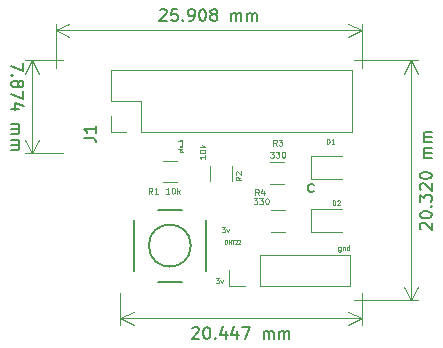
<source format=gto>
%TF.GenerationSoftware,KiCad,Pcbnew,(5.1.9)-1*%
%TF.CreationDate,2021-04-17T17:11:03+05:30*%
%TF.ProjectId,pihat,70696861-742e-46b6-9963-61645f706362,rev?*%
%TF.SameCoordinates,Original*%
%TF.FileFunction,Legend,Top*%
%TF.FilePolarity,Positive*%
%FSLAX46Y46*%
G04 Gerber Fmt 4.6, Leading zero omitted, Abs format (unit mm)*
G04 Created by KiCad (PCBNEW (5.1.9)-1) date 2021-04-17 17:11:03*
%MOMM*%
%LPD*%
G01*
G04 APERTURE LIST*
%ADD10C,0.150000*%
%ADD11C,0.120000*%
%ADD12C,0.075000*%
%ADD13C,0.100000*%
%ADD14C,0.203200*%
%ADD15C,0.125000*%
G04 APERTURE END LIST*
D10*
X208700619Y-29432714D02*
X208700619Y-30099380D01*
X207700619Y-29670809D01*
X207795857Y-30480333D02*
X207748238Y-30527952D01*
X207700619Y-30480333D01*
X207748238Y-30432714D01*
X207795857Y-30480333D01*
X207700619Y-30480333D01*
X208272047Y-31099380D02*
X208319666Y-31004142D01*
X208367285Y-30956523D01*
X208462523Y-30908904D01*
X208510142Y-30908904D01*
X208605380Y-30956523D01*
X208653000Y-31004142D01*
X208700619Y-31099380D01*
X208700619Y-31289857D01*
X208653000Y-31385095D01*
X208605380Y-31432714D01*
X208510142Y-31480333D01*
X208462523Y-31480333D01*
X208367285Y-31432714D01*
X208319666Y-31385095D01*
X208272047Y-31289857D01*
X208272047Y-31099380D01*
X208224428Y-31004142D01*
X208176809Y-30956523D01*
X208081571Y-30908904D01*
X207891095Y-30908904D01*
X207795857Y-30956523D01*
X207748238Y-31004142D01*
X207700619Y-31099380D01*
X207700619Y-31289857D01*
X207748238Y-31385095D01*
X207795857Y-31432714D01*
X207891095Y-31480333D01*
X208081571Y-31480333D01*
X208176809Y-31432714D01*
X208224428Y-31385095D01*
X208272047Y-31289857D01*
X208700619Y-31813666D02*
X208700619Y-32480333D01*
X207700619Y-32051761D01*
X208367285Y-33289857D02*
X207700619Y-33289857D01*
X208748238Y-33051761D02*
X208033952Y-32813666D01*
X208033952Y-33432714D01*
X207700619Y-34575571D02*
X208367285Y-34575571D01*
X208272047Y-34575571D02*
X208319666Y-34623190D01*
X208367285Y-34718428D01*
X208367285Y-34861285D01*
X208319666Y-34956523D01*
X208224428Y-35004142D01*
X207700619Y-35004142D01*
X208224428Y-35004142D02*
X208319666Y-35051761D01*
X208367285Y-35147000D01*
X208367285Y-35289857D01*
X208319666Y-35385095D01*
X208224428Y-35432714D01*
X207700619Y-35432714D01*
X207700619Y-35908904D02*
X208367285Y-35908904D01*
X208272047Y-35908904D02*
X208319666Y-35956523D01*
X208367285Y-36051761D01*
X208367285Y-36194619D01*
X208319666Y-36289857D01*
X208224428Y-36337476D01*
X207700619Y-36337476D01*
X208224428Y-36337476D02*
X208319666Y-36385095D01*
X208367285Y-36480333D01*
X208367285Y-36623190D01*
X208319666Y-36718428D01*
X208224428Y-36766047D01*
X207700619Y-36766047D01*
D11*
X209423000Y-29210000D02*
X209423000Y-37084000D01*
X212090000Y-29210000D02*
X208836579Y-29210000D01*
X212090000Y-37084000D02*
X208836579Y-37084000D01*
X209423000Y-37084000D02*
X208836579Y-35957496D01*
X209423000Y-37084000D02*
X210009421Y-35957496D01*
X209423000Y-29210000D02*
X208836579Y-30336504D01*
X209423000Y-29210000D02*
X210009421Y-30336504D01*
D10*
X220266142Y-24947619D02*
X220313761Y-24900000D01*
X220409000Y-24852380D01*
X220647095Y-24852380D01*
X220742333Y-24900000D01*
X220789952Y-24947619D01*
X220837571Y-25042857D01*
X220837571Y-25138095D01*
X220789952Y-25280952D01*
X220218523Y-25852380D01*
X220837571Y-25852380D01*
X221742333Y-24852380D02*
X221266142Y-24852380D01*
X221218523Y-25328571D01*
X221266142Y-25280952D01*
X221361380Y-25233333D01*
X221599476Y-25233333D01*
X221694714Y-25280952D01*
X221742333Y-25328571D01*
X221789952Y-25423809D01*
X221789952Y-25661904D01*
X221742333Y-25757142D01*
X221694714Y-25804761D01*
X221599476Y-25852380D01*
X221361380Y-25852380D01*
X221266142Y-25804761D01*
X221218523Y-25757142D01*
X222218523Y-25757142D02*
X222266142Y-25804761D01*
X222218523Y-25852380D01*
X222170904Y-25804761D01*
X222218523Y-25757142D01*
X222218523Y-25852380D01*
X222742333Y-25852380D02*
X222932809Y-25852380D01*
X223028047Y-25804761D01*
X223075666Y-25757142D01*
X223170904Y-25614285D01*
X223218523Y-25423809D01*
X223218523Y-25042857D01*
X223170904Y-24947619D01*
X223123285Y-24900000D01*
X223028047Y-24852380D01*
X222837571Y-24852380D01*
X222742333Y-24900000D01*
X222694714Y-24947619D01*
X222647095Y-25042857D01*
X222647095Y-25280952D01*
X222694714Y-25376190D01*
X222742333Y-25423809D01*
X222837571Y-25471428D01*
X223028047Y-25471428D01*
X223123285Y-25423809D01*
X223170904Y-25376190D01*
X223218523Y-25280952D01*
X223837571Y-24852380D02*
X223932809Y-24852380D01*
X224028047Y-24900000D01*
X224075666Y-24947619D01*
X224123285Y-25042857D01*
X224170904Y-25233333D01*
X224170904Y-25471428D01*
X224123285Y-25661904D01*
X224075666Y-25757142D01*
X224028047Y-25804761D01*
X223932809Y-25852380D01*
X223837571Y-25852380D01*
X223742333Y-25804761D01*
X223694714Y-25757142D01*
X223647095Y-25661904D01*
X223599476Y-25471428D01*
X223599476Y-25233333D01*
X223647095Y-25042857D01*
X223694714Y-24947619D01*
X223742333Y-24900000D01*
X223837571Y-24852380D01*
X224742333Y-25280952D02*
X224647095Y-25233333D01*
X224599476Y-25185714D01*
X224551857Y-25090476D01*
X224551857Y-25042857D01*
X224599476Y-24947619D01*
X224647095Y-24900000D01*
X224742333Y-24852380D01*
X224932809Y-24852380D01*
X225028047Y-24900000D01*
X225075666Y-24947619D01*
X225123285Y-25042857D01*
X225123285Y-25090476D01*
X225075666Y-25185714D01*
X225028047Y-25233333D01*
X224932809Y-25280952D01*
X224742333Y-25280952D01*
X224647095Y-25328571D01*
X224599476Y-25376190D01*
X224551857Y-25471428D01*
X224551857Y-25661904D01*
X224599476Y-25757142D01*
X224647095Y-25804761D01*
X224742333Y-25852380D01*
X224932809Y-25852380D01*
X225028047Y-25804761D01*
X225075666Y-25757142D01*
X225123285Y-25661904D01*
X225123285Y-25471428D01*
X225075666Y-25376190D01*
X225028047Y-25328571D01*
X224932809Y-25280952D01*
X226313761Y-25852380D02*
X226313761Y-25185714D01*
X226313761Y-25280952D02*
X226361380Y-25233333D01*
X226456619Y-25185714D01*
X226599476Y-25185714D01*
X226694714Y-25233333D01*
X226742333Y-25328571D01*
X226742333Y-25852380D01*
X226742333Y-25328571D02*
X226789952Y-25233333D01*
X226885190Y-25185714D01*
X227028047Y-25185714D01*
X227123285Y-25233333D01*
X227170904Y-25328571D01*
X227170904Y-25852380D01*
X227647095Y-25852380D02*
X227647095Y-25185714D01*
X227647095Y-25280952D02*
X227694714Y-25233333D01*
X227789952Y-25185714D01*
X227932809Y-25185714D01*
X228028047Y-25233333D01*
X228075666Y-25328571D01*
X228075666Y-25852380D01*
X228075666Y-25328571D02*
X228123285Y-25233333D01*
X228218523Y-25185714D01*
X228361380Y-25185714D01*
X228456619Y-25233333D01*
X228504238Y-25328571D01*
X228504238Y-25852380D01*
D11*
X211455000Y-26670000D02*
X237363000Y-26670000D01*
X211455000Y-29845000D02*
X211455000Y-26083579D01*
X237363000Y-29845000D02*
X237363000Y-26083579D01*
X237363000Y-26670000D02*
X236236496Y-27256421D01*
X237363000Y-26670000D02*
X236236496Y-26083579D01*
X211455000Y-26670000D02*
X212581504Y-27256421D01*
X211455000Y-26670000D02*
X212581504Y-26083579D01*
D10*
X242371619Y-43512857D02*
X242324000Y-43465238D01*
X242276380Y-43370000D01*
X242276380Y-43131904D01*
X242324000Y-43036666D01*
X242371619Y-42989047D01*
X242466857Y-42941428D01*
X242562095Y-42941428D01*
X242704952Y-42989047D01*
X243276380Y-43560476D01*
X243276380Y-42941428D01*
X242276380Y-42322380D02*
X242276380Y-42227142D01*
X242324000Y-42131904D01*
X242371619Y-42084285D01*
X242466857Y-42036666D01*
X242657333Y-41989047D01*
X242895428Y-41989047D01*
X243085904Y-42036666D01*
X243181142Y-42084285D01*
X243228761Y-42131904D01*
X243276380Y-42227142D01*
X243276380Y-42322380D01*
X243228761Y-42417619D01*
X243181142Y-42465238D01*
X243085904Y-42512857D01*
X242895428Y-42560476D01*
X242657333Y-42560476D01*
X242466857Y-42512857D01*
X242371619Y-42465238D01*
X242324000Y-42417619D01*
X242276380Y-42322380D01*
X243181142Y-41560476D02*
X243228761Y-41512857D01*
X243276380Y-41560476D01*
X243228761Y-41608095D01*
X243181142Y-41560476D01*
X243276380Y-41560476D01*
X242276380Y-41179523D02*
X242276380Y-40560476D01*
X242657333Y-40893809D01*
X242657333Y-40750952D01*
X242704952Y-40655714D01*
X242752571Y-40608095D01*
X242847809Y-40560476D01*
X243085904Y-40560476D01*
X243181142Y-40608095D01*
X243228761Y-40655714D01*
X243276380Y-40750952D01*
X243276380Y-41036666D01*
X243228761Y-41131904D01*
X243181142Y-41179523D01*
X242371619Y-40179523D02*
X242324000Y-40131904D01*
X242276380Y-40036666D01*
X242276380Y-39798571D01*
X242324000Y-39703333D01*
X242371619Y-39655714D01*
X242466857Y-39608095D01*
X242562095Y-39608095D01*
X242704952Y-39655714D01*
X243276380Y-40227142D01*
X243276380Y-39608095D01*
X242276380Y-38989047D02*
X242276380Y-38893809D01*
X242324000Y-38798571D01*
X242371619Y-38750952D01*
X242466857Y-38703333D01*
X242657333Y-38655714D01*
X242895428Y-38655714D01*
X243085904Y-38703333D01*
X243181142Y-38750952D01*
X243228761Y-38798571D01*
X243276380Y-38893809D01*
X243276380Y-38989047D01*
X243228761Y-39084285D01*
X243181142Y-39131904D01*
X243085904Y-39179523D01*
X242895428Y-39227142D01*
X242657333Y-39227142D01*
X242466857Y-39179523D01*
X242371619Y-39131904D01*
X242324000Y-39084285D01*
X242276380Y-38989047D01*
X243276380Y-37465238D02*
X242609714Y-37465238D01*
X242704952Y-37465238D02*
X242657333Y-37417619D01*
X242609714Y-37322380D01*
X242609714Y-37179523D01*
X242657333Y-37084285D01*
X242752571Y-37036666D01*
X243276380Y-37036666D01*
X242752571Y-37036666D02*
X242657333Y-36989047D01*
X242609714Y-36893809D01*
X242609714Y-36750952D01*
X242657333Y-36655714D01*
X242752571Y-36608095D01*
X243276380Y-36608095D01*
X243276380Y-36131904D02*
X242609714Y-36131904D01*
X242704952Y-36131904D02*
X242657333Y-36084285D01*
X242609714Y-35989047D01*
X242609714Y-35846190D01*
X242657333Y-35750952D01*
X242752571Y-35703333D01*
X243276380Y-35703333D01*
X242752571Y-35703333D02*
X242657333Y-35655714D01*
X242609714Y-35560476D01*
X242609714Y-35417619D01*
X242657333Y-35322380D01*
X242752571Y-35274761D01*
X243276380Y-35274761D01*
D11*
X241554000Y-49530000D02*
X241554000Y-29210000D01*
X236728000Y-49530000D02*
X242140421Y-49530000D01*
X236728000Y-29210000D02*
X242140421Y-29210000D01*
X241554000Y-29210000D02*
X242140421Y-30336504D01*
X241554000Y-29210000D02*
X240967579Y-30336504D01*
X241554000Y-49530000D02*
X242140421Y-48403496D01*
X241554000Y-49530000D02*
X240967579Y-48403496D01*
D10*
X222996642Y-51871619D02*
X223044261Y-51824000D01*
X223139500Y-51776380D01*
X223377595Y-51776380D01*
X223472833Y-51824000D01*
X223520452Y-51871619D01*
X223568071Y-51966857D01*
X223568071Y-52062095D01*
X223520452Y-52204952D01*
X222949023Y-52776380D01*
X223568071Y-52776380D01*
X224187119Y-51776380D02*
X224282357Y-51776380D01*
X224377595Y-51824000D01*
X224425214Y-51871619D01*
X224472833Y-51966857D01*
X224520452Y-52157333D01*
X224520452Y-52395428D01*
X224472833Y-52585904D01*
X224425214Y-52681142D01*
X224377595Y-52728761D01*
X224282357Y-52776380D01*
X224187119Y-52776380D01*
X224091880Y-52728761D01*
X224044261Y-52681142D01*
X223996642Y-52585904D01*
X223949023Y-52395428D01*
X223949023Y-52157333D01*
X223996642Y-51966857D01*
X224044261Y-51871619D01*
X224091880Y-51824000D01*
X224187119Y-51776380D01*
X224949023Y-52681142D02*
X224996642Y-52728761D01*
X224949023Y-52776380D01*
X224901404Y-52728761D01*
X224949023Y-52681142D01*
X224949023Y-52776380D01*
X225853785Y-52109714D02*
X225853785Y-52776380D01*
X225615690Y-51728761D02*
X225377595Y-52443047D01*
X225996642Y-52443047D01*
X226806166Y-52109714D02*
X226806166Y-52776380D01*
X226568071Y-51728761D02*
X226329976Y-52443047D01*
X226949023Y-52443047D01*
X227234738Y-51776380D02*
X227901404Y-51776380D01*
X227472833Y-52776380D01*
X229044261Y-52776380D02*
X229044261Y-52109714D01*
X229044261Y-52204952D02*
X229091880Y-52157333D01*
X229187119Y-52109714D01*
X229329976Y-52109714D01*
X229425214Y-52157333D01*
X229472833Y-52252571D01*
X229472833Y-52776380D01*
X229472833Y-52252571D02*
X229520452Y-52157333D01*
X229615690Y-52109714D01*
X229758547Y-52109714D01*
X229853785Y-52157333D01*
X229901404Y-52252571D01*
X229901404Y-52776380D01*
X230377595Y-52776380D02*
X230377595Y-52109714D01*
X230377595Y-52204952D02*
X230425214Y-52157333D01*
X230520452Y-52109714D01*
X230663309Y-52109714D01*
X230758547Y-52157333D01*
X230806166Y-52252571D01*
X230806166Y-52776380D01*
X230806166Y-52252571D02*
X230853785Y-52157333D01*
X230949023Y-52109714D01*
X231091880Y-52109714D01*
X231187119Y-52157333D01*
X231234738Y-52252571D01*
X231234738Y-52776380D01*
D11*
X237363000Y-51054000D02*
X216916000Y-51054000D01*
X237363000Y-48895000D02*
X237363000Y-51640421D01*
X216916000Y-48895000D02*
X216916000Y-51640421D01*
X216916000Y-51054000D02*
X218042504Y-50467579D01*
X216916000Y-51054000D02*
X218042504Y-51640421D01*
X237363000Y-51054000D02*
X236236496Y-50467579D01*
X237363000Y-51054000D02*
X236236496Y-51640421D01*
D12*
X221931714Y-36970428D02*
X222231714Y-36970428D01*
X221946000Y-36970428D02*
X221931714Y-36941857D01*
X221931714Y-36884714D01*
X221946000Y-36856142D01*
X221960285Y-36841857D01*
X221988857Y-36827571D01*
X222074571Y-36827571D01*
X222103142Y-36841857D01*
X222117428Y-36856142D01*
X222131714Y-36884714D01*
X222131714Y-36941857D01*
X222117428Y-36970428D01*
X222131714Y-36699000D02*
X221931714Y-36699000D01*
X221831714Y-36699000D02*
X221846000Y-36713285D01*
X221860285Y-36699000D01*
X221846000Y-36684714D01*
X221831714Y-36699000D01*
X221860285Y-36699000D01*
X221931714Y-36556142D02*
X222131714Y-36556142D01*
X221960285Y-36556142D02*
X221946000Y-36541857D01*
X221931714Y-36513285D01*
X221931714Y-36470428D01*
X221946000Y-36441857D01*
X221974571Y-36427571D01*
X222131714Y-36427571D01*
X222160285Y-36356142D02*
X222160285Y-36127571D01*
X222131714Y-36056142D02*
X221831714Y-36056142D01*
X221946000Y-36056142D02*
X221931714Y-36027571D01*
X221931714Y-35970428D01*
X221946000Y-35941857D01*
X221960285Y-35927571D01*
X221988857Y-35913285D01*
X222074571Y-35913285D01*
X222103142Y-35927571D01*
X222117428Y-35941857D01*
X222131714Y-35970428D01*
X222131714Y-36027571D01*
X222117428Y-36056142D01*
D13*
X225012285Y-47659952D02*
X225259904Y-47659952D01*
X225126571Y-47812333D01*
X225183714Y-47812333D01*
X225221809Y-47831380D01*
X225240857Y-47850428D01*
X225259904Y-47888523D01*
X225259904Y-47983761D01*
X225240857Y-48021857D01*
X225221809Y-48040904D01*
X225183714Y-48059952D01*
X225069428Y-48059952D01*
X225031333Y-48040904D01*
X225012285Y-48021857D01*
X225393238Y-47793285D02*
X225488476Y-48059952D01*
X225583714Y-47793285D01*
X235562809Y-44999285D02*
X235562809Y-45323095D01*
X235543761Y-45361190D01*
X235524714Y-45380238D01*
X235486619Y-45399285D01*
X235429476Y-45399285D01*
X235391380Y-45380238D01*
X235562809Y-45246904D02*
X235524714Y-45265952D01*
X235448523Y-45265952D01*
X235410428Y-45246904D01*
X235391380Y-45227857D01*
X235372333Y-45189761D01*
X235372333Y-45075476D01*
X235391380Y-45037380D01*
X235410428Y-45018333D01*
X235448523Y-44999285D01*
X235524714Y-44999285D01*
X235562809Y-45018333D01*
X235753285Y-44999285D02*
X235753285Y-45265952D01*
X235753285Y-45037380D02*
X235772333Y-45018333D01*
X235810428Y-44999285D01*
X235867571Y-44999285D01*
X235905666Y-45018333D01*
X235924714Y-45056428D01*
X235924714Y-45265952D01*
X236286619Y-45265952D02*
X236286619Y-44865952D01*
X236286619Y-45246904D02*
X236248523Y-45265952D01*
X236172333Y-45265952D01*
X236134238Y-45246904D01*
X236115190Y-45227857D01*
X236096142Y-45189761D01*
X236096142Y-45075476D01*
X236115190Y-45037380D01*
X236134238Y-45018333D01*
X236172333Y-44999285D01*
X236248523Y-44999285D01*
X236286619Y-45018333D01*
X225520285Y-43341952D02*
X225767904Y-43341952D01*
X225634571Y-43494333D01*
X225691714Y-43494333D01*
X225729809Y-43513380D01*
X225748857Y-43532428D01*
X225767904Y-43570523D01*
X225767904Y-43665761D01*
X225748857Y-43703857D01*
X225729809Y-43722904D01*
X225691714Y-43741952D01*
X225577428Y-43741952D01*
X225539333Y-43722904D01*
X225520285Y-43703857D01*
X225901238Y-43475285D02*
X225996476Y-43741952D01*
X226091714Y-43475285D01*
D10*
X233283095Y-40282761D02*
X233187857Y-40330380D01*
X232997380Y-40330380D01*
X232902142Y-40282761D01*
X232854523Y-40235142D01*
X232806904Y-40139904D01*
X232806904Y-39854190D01*
X232854523Y-39758952D01*
X232902142Y-39711333D01*
X232997380Y-39663714D01*
X233187857Y-39663714D01*
X233283095Y-39711333D01*
D11*
%TO.C,J1*%
X216094000Y-35239000D02*
X216094000Y-33909000D01*
X217424000Y-35239000D02*
X216094000Y-35239000D01*
X216094000Y-32639000D02*
X216094000Y-30039000D01*
X218694000Y-32639000D02*
X216094000Y-32639000D01*
X218694000Y-35239000D02*
X218694000Y-32639000D01*
X216094000Y-30039000D02*
X236534000Y-30039000D01*
X218694000Y-35239000D02*
X236534000Y-35239000D01*
X236534000Y-35239000D02*
X236534000Y-30039000D01*
%TO.C,D1*%
X235715001Y-37330500D02*
X233030001Y-37330500D01*
X233030001Y-37330500D02*
X233030001Y-39250500D01*
X233030001Y-39250500D02*
X235715001Y-39250500D01*
%TO.C,D2*%
X235715001Y-41775500D02*
X233030001Y-41775500D01*
X233030001Y-41775500D02*
X233030001Y-43695500D01*
X233030001Y-43695500D02*
X235715001Y-43695500D01*
D14*
%TO.C,SW1*%
X218059000Y-42722800D02*
X218059000Y-47040800D01*
X224155000Y-47040800D02*
X224155000Y-42722800D01*
X220111320Y-41833800D02*
X222123000Y-41833800D01*
X220080840Y-47929800D02*
X222123000Y-47929800D01*
X222885000Y-44881800D02*
G75*
G03*
X222885000Y-44881800I-1778000J0D01*
G01*
D11*
%TO.C,U1*%
X226127000Y-48320000D02*
X226127000Y-46990000D01*
X227457000Y-48320000D02*
X226127000Y-48320000D01*
X228727000Y-48320000D02*
X228727000Y-45660000D01*
X228727000Y-45660000D02*
X236407000Y-45660000D01*
X228727000Y-48320000D02*
X236407000Y-48320000D01*
X236407000Y-48320000D02*
X236407000Y-45660000D01*
%TO.C,R1*%
X221709064Y-39518000D02*
X220504936Y-39518000D01*
X221709064Y-37698000D02*
X220504936Y-37698000D01*
%TO.C,R2*%
X224515000Y-39373564D02*
X224515000Y-38169436D01*
X226335000Y-39373564D02*
X226335000Y-38169436D01*
%TO.C,R3*%
X229558436Y-39645000D02*
X230762564Y-39645000D01*
X229558436Y-37825000D02*
X230762564Y-37825000D01*
%TO.C,R4*%
X229685436Y-43709000D02*
X230889564Y-43709000D01*
X229685436Y-41889000D02*
X230889564Y-41889000D01*
%TO.C,J1*%
D10*
X213828380Y-35766333D02*
X214542666Y-35766333D01*
X214685523Y-35813952D01*
X214780761Y-35909190D01*
X214828380Y-36052047D01*
X214828380Y-36147285D01*
X214828380Y-34766333D02*
X214828380Y-35337761D01*
X214828380Y-35052047D02*
X213828380Y-35052047D01*
X213971238Y-35147285D01*
X214066476Y-35242523D01*
X214114095Y-35337761D01*
%TO.C,D1*%
D13*
X234419762Y-36248952D02*
X234419762Y-35848952D01*
X234515001Y-35848952D01*
X234572143Y-35868000D01*
X234610239Y-35906095D01*
X234629286Y-35944190D01*
X234648334Y-36020380D01*
X234648334Y-36077523D01*
X234629286Y-36153714D01*
X234610239Y-36191809D01*
X234572143Y-36229904D01*
X234515001Y-36248952D01*
X234419762Y-36248952D01*
X235029286Y-36248952D02*
X234800715Y-36248952D01*
X234915001Y-36248952D02*
X234915001Y-35848952D01*
X234876905Y-35906095D01*
X234838810Y-35944190D01*
X234800715Y-35963238D01*
%TO.C,D2*%
X234908761Y-41455952D02*
X234908761Y-41055952D01*
X235004000Y-41055952D01*
X235061142Y-41075000D01*
X235099238Y-41113095D01*
X235118285Y-41151190D01*
X235137333Y-41227380D01*
X235137333Y-41284523D01*
X235118285Y-41360714D01*
X235099238Y-41398809D01*
X235061142Y-41436904D01*
X235004000Y-41455952D01*
X234908761Y-41455952D01*
X235289714Y-41094047D02*
X235308761Y-41075000D01*
X235346857Y-41055952D01*
X235442095Y-41055952D01*
X235480190Y-41075000D01*
X235499238Y-41094047D01*
X235518285Y-41132142D01*
X235518285Y-41170238D01*
X235499238Y-41227380D01*
X235270666Y-41455952D01*
X235518285Y-41455952D01*
%TO.C,U1*%
D12*
X225805285Y-44712714D02*
X225805285Y-44412714D01*
X225876714Y-44412714D01*
X225919571Y-44427000D01*
X225948142Y-44455571D01*
X225962428Y-44484142D01*
X225976714Y-44541285D01*
X225976714Y-44584142D01*
X225962428Y-44641285D01*
X225948142Y-44669857D01*
X225919571Y-44698428D01*
X225876714Y-44712714D01*
X225805285Y-44712714D01*
X226105285Y-44712714D02*
X226105285Y-44412714D01*
X226105285Y-44555571D02*
X226276714Y-44555571D01*
X226276714Y-44712714D02*
X226276714Y-44412714D01*
X226376714Y-44412714D02*
X226548142Y-44412714D01*
X226462428Y-44712714D02*
X226462428Y-44412714D01*
X226633857Y-44441285D02*
X226648142Y-44427000D01*
X226676714Y-44412714D01*
X226748142Y-44412714D01*
X226776714Y-44427000D01*
X226791000Y-44441285D01*
X226805285Y-44469857D01*
X226805285Y-44498428D01*
X226791000Y-44541285D01*
X226619571Y-44712714D01*
X226805285Y-44712714D01*
X226919571Y-44441285D02*
X226933857Y-44427000D01*
X226962428Y-44412714D01*
X227033857Y-44412714D01*
X227062428Y-44427000D01*
X227076714Y-44441285D01*
X227091000Y-44469857D01*
X227091000Y-44498428D01*
X227076714Y-44541285D01*
X226905285Y-44712714D01*
X227091000Y-44712714D01*
%TO.C,R1*%
D13*
X219626666Y-40485190D02*
X219460000Y-40247095D01*
X219340952Y-40485190D02*
X219340952Y-39985190D01*
X219531428Y-39985190D01*
X219579047Y-40009000D01*
X219602857Y-40032809D01*
X219626666Y-40080428D01*
X219626666Y-40151857D01*
X219602857Y-40199476D01*
X219579047Y-40223285D01*
X219531428Y-40247095D01*
X219340952Y-40247095D01*
X220102857Y-40485190D02*
X219817142Y-40485190D01*
X219960000Y-40485190D02*
X219960000Y-39985190D01*
X219912380Y-40056619D01*
X219864761Y-40104238D01*
X219817142Y-40128047D01*
D15*
X221063380Y-40485190D02*
X220777666Y-40485190D01*
X220920523Y-40485190D02*
X220920523Y-39985190D01*
X220872904Y-40056619D01*
X220825285Y-40104238D01*
X220777666Y-40128047D01*
X221372904Y-39985190D02*
X221420523Y-39985190D01*
X221468142Y-40009000D01*
X221491952Y-40032809D01*
X221515761Y-40080428D01*
X221539571Y-40175666D01*
X221539571Y-40294714D01*
X221515761Y-40389952D01*
X221491952Y-40437571D01*
X221468142Y-40461380D01*
X221420523Y-40485190D01*
X221372904Y-40485190D01*
X221325285Y-40461380D01*
X221301476Y-40437571D01*
X221277666Y-40389952D01*
X221253857Y-40294714D01*
X221253857Y-40175666D01*
X221277666Y-40080428D01*
X221301476Y-40032809D01*
X221325285Y-40009000D01*
X221372904Y-39985190D01*
X221753857Y-40485190D02*
X221753857Y-39985190D01*
X221801476Y-40294714D02*
X221944333Y-40485190D01*
X221944333Y-40151857D02*
X221753857Y-40342333D01*
%TO.C,R2*%
D13*
X227175190Y-39072333D02*
X226937095Y-39239000D01*
X227175190Y-39358047D02*
X226675190Y-39358047D01*
X226675190Y-39167571D01*
X226699000Y-39119952D01*
X226722809Y-39096142D01*
X226770428Y-39072333D01*
X226841857Y-39072333D01*
X226889476Y-39096142D01*
X226913285Y-39119952D01*
X226937095Y-39167571D01*
X226937095Y-39358047D01*
X226722809Y-38881857D02*
X226699000Y-38858047D01*
X226675190Y-38810428D01*
X226675190Y-38691380D01*
X226699000Y-38643761D01*
X226722809Y-38619952D01*
X226770428Y-38596142D01*
X226818047Y-38596142D01*
X226889476Y-38619952D01*
X227175190Y-38905666D01*
X227175190Y-38596142D01*
D15*
X224127190Y-37254619D02*
X224127190Y-37540333D01*
X224127190Y-37397476D02*
X223627190Y-37397476D01*
X223698619Y-37445095D01*
X223746238Y-37492714D01*
X223770047Y-37540333D01*
X223627190Y-36945095D02*
X223627190Y-36897476D01*
X223651000Y-36849857D01*
X223674809Y-36826047D01*
X223722428Y-36802238D01*
X223817666Y-36778428D01*
X223936714Y-36778428D01*
X224031952Y-36802238D01*
X224079571Y-36826047D01*
X224103380Y-36849857D01*
X224127190Y-36897476D01*
X224127190Y-36945095D01*
X224103380Y-36992714D01*
X224079571Y-37016523D01*
X224031952Y-37040333D01*
X223936714Y-37064142D01*
X223817666Y-37064142D01*
X223722428Y-37040333D01*
X223674809Y-37016523D01*
X223651000Y-36992714D01*
X223627190Y-36945095D01*
X224127190Y-36564142D02*
X223627190Y-36564142D01*
X223936714Y-36516523D02*
X224127190Y-36373666D01*
X223793857Y-36373666D02*
X223984333Y-36564142D01*
%TO.C,R3*%
X230167666Y-36421190D02*
X230001000Y-36183095D01*
X229881952Y-36421190D02*
X229881952Y-35921190D01*
X230072428Y-35921190D01*
X230120047Y-35945000D01*
X230143857Y-35968809D01*
X230167666Y-36016428D01*
X230167666Y-36087857D01*
X230143857Y-36135476D01*
X230120047Y-36159285D01*
X230072428Y-36183095D01*
X229881952Y-36183095D01*
X230334333Y-35921190D02*
X230643857Y-35921190D01*
X230477190Y-36111666D01*
X230548619Y-36111666D01*
X230596238Y-36135476D01*
X230620047Y-36159285D01*
X230643857Y-36206904D01*
X230643857Y-36325952D01*
X230620047Y-36373571D01*
X230596238Y-36397380D01*
X230548619Y-36421190D01*
X230405761Y-36421190D01*
X230358142Y-36397380D01*
X230334333Y-36373571D01*
X229608142Y-36937190D02*
X229917666Y-36937190D01*
X229751000Y-37127666D01*
X229822428Y-37127666D01*
X229870047Y-37151476D01*
X229893857Y-37175285D01*
X229917666Y-37222904D01*
X229917666Y-37341952D01*
X229893857Y-37389571D01*
X229870047Y-37413380D01*
X229822428Y-37437190D01*
X229679571Y-37437190D01*
X229631952Y-37413380D01*
X229608142Y-37389571D01*
X230084333Y-36937190D02*
X230393857Y-36937190D01*
X230227190Y-37127666D01*
X230298619Y-37127666D01*
X230346238Y-37151476D01*
X230370047Y-37175285D01*
X230393857Y-37222904D01*
X230393857Y-37341952D01*
X230370047Y-37389571D01*
X230346238Y-37413380D01*
X230298619Y-37437190D01*
X230155761Y-37437190D01*
X230108142Y-37413380D01*
X230084333Y-37389571D01*
X230703380Y-36937190D02*
X230751000Y-36937190D01*
X230798619Y-36961000D01*
X230822428Y-36984809D01*
X230846238Y-37032428D01*
X230870047Y-37127666D01*
X230870047Y-37246714D01*
X230846238Y-37341952D01*
X230822428Y-37389571D01*
X230798619Y-37413380D01*
X230751000Y-37437190D01*
X230703380Y-37437190D01*
X230655761Y-37413380D01*
X230631952Y-37389571D01*
X230608142Y-37341952D01*
X230584333Y-37246714D01*
X230584333Y-37127666D01*
X230608142Y-37032428D01*
X230631952Y-36984809D01*
X230655761Y-36961000D01*
X230703380Y-36937190D01*
%TO.C,R4*%
X228643666Y-40612190D02*
X228477000Y-40374095D01*
X228357952Y-40612190D02*
X228357952Y-40112190D01*
X228548428Y-40112190D01*
X228596047Y-40136000D01*
X228619857Y-40159809D01*
X228643666Y-40207428D01*
X228643666Y-40278857D01*
X228619857Y-40326476D01*
X228596047Y-40350285D01*
X228548428Y-40374095D01*
X228357952Y-40374095D01*
X229072238Y-40278857D02*
X229072238Y-40612190D01*
X228953190Y-40088380D02*
X228834142Y-40445523D01*
X229143666Y-40445523D01*
X228211142Y-40874190D02*
X228520666Y-40874190D01*
X228354000Y-41064666D01*
X228425428Y-41064666D01*
X228473047Y-41088476D01*
X228496857Y-41112285D01*
X228520666Y-41159904D01*
X228520666Y-41278952D01*
X228496857Y-41326571D01*
X228473047Y-41350380D01*
X228425428Y-41374190D01*
X228282571Y-41374190D01*
X228234952Y-41350380D01*
X228211142Y-41326571D01*
X228687333Y-40874190D02*
X228996857Y-40874190D01*
X228830190Y-41064666D01*
X228901619Y-41064666D01*
X228949238Y-41088476D01*
X228973047Y-41112285D01*
X228996857Y-41159904D01*
X228996857Y-41278952D01*
X228973047Y-41326571D01*
X228949238Y-41350380D01*
X228901619Y-41374190D01*
X228758761Y-41374190D01*
X228711142Y-41350380D01*
X228687333Y-41326571D01*
X229306380Y-40874190D02*
X229354000Y-40874190D01*
X229401619Y-40898000D01*
X229425428Y-40921809D01*
X229449238Y-40969428D01*
X229473047Y-41064666D01*
X229473047Y-41183714D01*
X229449238Y-41278952D01*
X229425428Y-41326571D01*
X229401619Y-41350380D01*
X229354000Y-41374190D01*
X229306380Y-41374190D01*
X229258761Y-41350380D01*
X229234952Y-41326571D01*
X229211142Y-41278952D01*
X229187333Y-41183714D01*
X229187333Y-41064666D01*
X229211142Y-40969428D01*
X229234952Y-40921809D01*
X229258761Y-40898000D01*
X229306380Y-40874190D01*
%TD*%
M02*

</source>
